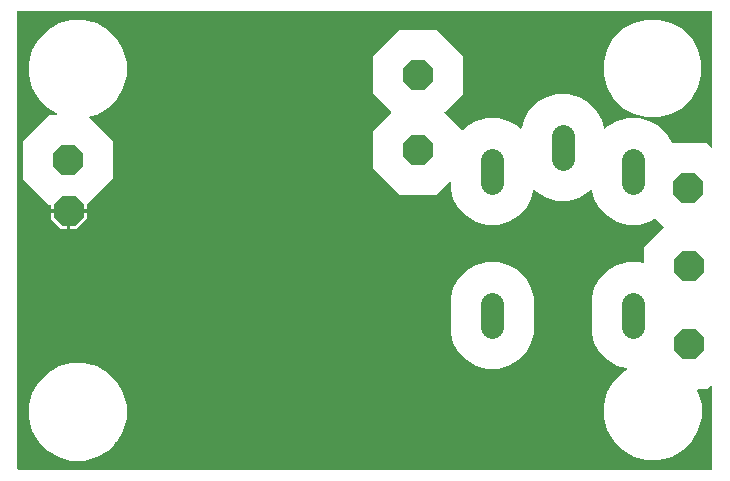
<source format=gbr>
G04 EAGLE Gerber RS-274X export*
G75*
%MOMM*%
%FSLAX34Y34*%
%LPD*%
%INBottom Copper*%
%IPPOS*%
%AMOC8*
5,1,8,0,0,1.08239X$1,22.5*%
G01*
%ADD10C,1.981200*%
%ADD11P,2.749271X8X22.500000*%
%ADD12C,0.756400*%

G36*
X590062Y2544D02*
X590062Y2544D01*
X590081Y2542D01*
X590183Y2564D01*
X590285Y2581D01*
X590302Y2590D01*
X590322Y2594D01*
X590411Y2647D01*
X590502Y2696D01*
X590516Y2710D01*
X590533Y2720D01*
X590600Y2799D01*
X590672Y2874D01*
X590680Y2892D01*
X590693Y2907D01*
X590732Y3003D01*
X590775Y3097D01*
X590777Y3117D01*
X590785Y3135D01*
X590803Y3302D01*
X590803Y72803D01*
X590792Y72874D01*
X590790Y72945D01*
X590772Y72994D01*
X590764Y73046D01*
X590730Y73109D01*
X590705Y73176D01*
X590673Y73217D01*
X590648Y73263D01*
X590597Y73312D01*
X590552Y73368D01*
X590508Y73397D01*
X590470Y73432D01*
X590405Y73463D01*
X590345Y73501D01*
X590294Y73514D01*
X590247Y73536D01*
X590176Y73544D01*
X590106Y73561D01*
X590054Y73557D01*
X590003Y73563D01*
X589932Y73548D01*
X589861Y73542D01*
X589813Y73522D01*
X589762Y73511D01*
X589701Y73474D01*
X589635Y73446D01*
X589579Y73401D01*
X589551Y73385D01*
X589536Y73367D01*
X589504Y73341D01*
X586520Y70357D01*
X578677Y70357D01*
X578583Y70342D01*
X578488Y70333D01*
X578462Y70322D01*
X578434Y70318D01*
X578350Y70273D01*
X578263Y70235D01*
X578242Y70216D01*
X578217Y70202D01*
X578151Y70133D01*
X578081Y70069D01*
X578067Y70045D01*
X578048Y70024D01*
X578007Y69938D01*
X577961Y69854D01*
X577956Y69827D01*
X577944Y69801D01*
X577934Y69706D01*
X577916Y69613D01*
X577920Y69585D01*
X577917Y69557D01*
X577937Y69463D01*
X577951Y69369D01*
X577965Y69337D01*
X577969Y69316D01*
X577986Y69288D01*
X578018Y69215D01*
X578837Y67796D01*
X581659Y57267D01*
X581659Y46365D01*
X578837Y35836D01*
X573387Y26395D01*
X565679Y18687D01*
X556238Y13237D01*
X545709Y10415D01*
X534807Y10415D01*
X524278Y13237D01*
X514837Y18687D01*
X507129Y26395D01*
X501679Y35836D01*
X498857Y46365D01*
X498857Y57267D01*
X501679Y67796D01*
X507129Y77237D01*
X514837Y84945D01*
X518073Y86813D01*
X518129Y86858D01*
X518190Y86896D01*
X518223Y86936D01*
X518263Y86969D01*
X518302Y87030D01*
X518348Y87085D01*
X518367Y87133D01*
X518394Y87177D01*
X518411Y87247D01*
X518437Y87314D01*
X518440Y87366D01*
X518452Y87416D01*
X518445Y87488D01*
X518449Y87559D01*
X518435Y87609D01*
X518430Y87661D01*
X518401Y87727D01*
X518382Y87796D01*
X518352Y87839D01*
X518331Y87887D01*
X518283Y87940D01*
X518242Y87999D01*
X518201Y88030D01*
X518166Y88069D01*
X518103Y88104D01*
X518046Y88147D01*
X517979Y88173D01*
X517951Y88188D01*
X517928Y88193D01*
X517890Y88208D01*
X510120Y90289D01*
X502069Y94938D01*
X495496Y101511D01*
X490847Y109562D01*
X488441Y118542D01*
X488441Y147650D01*
X490847Y156630D01*
X495496Y164681D01*
X502069Y171254D01*
X510120Y175903D01*
X519100Y178309D01*
X528396Y178309D01*
X531679Y177429D01*
X531798Y177417D01*
X531915Y177404D01*
X531920Y177405D01*
X531924Y177405D01*
X532039Y177431D01*
X532156Y177456D01*
X532159Y177459D01*
X532164Y177460D01*
X532265Y177522D01*
X532367Y177583D01*
X532370Y177586D01*
X532373Y177588D01*
X532450Y177680D01*
X532527Y177770D01*
X532528Y177773D01*
X532531Y177777D01*
X532574Y177887D01*
X532619Y177998D01*
X532619Y178003D01*
X532621Y178006D01*
X532621Y178019D01*
X532637Y178164D01*
X532637Y190280D01*
X549210Y206853D01*
X549222Y206869D01*
X549237Y206881D01*
X549294Y206969D01*
X549354Y207052D01*
X549360Y207071D01*
X549370Y207088D01*
X549396Y207189D01*
X549426Y207288D01*
X549426Y207307D01*
X549430Y207327D01*
X549422Y207430D01*
X549420Y207533D01*
X549413Y207552D01*
X549411Y207572D01*
X549371Y207667D01*
X549335Y207764D01*
X549323Y207780D01*
X549315Y207798D01*
X549210Y207929D01*
X542578Y214561D01*
X542543Y214587D01*
X542513Y214619D01*
X542443Y214658D01*
X542378Y214705D01*
X542336Y214718D01*
X542298Y214739D01*
X542220Y214754D01*
X542143Y214777D01*
X542099Y214776D01*
X542056Y214784D01*
X541977Y214773D01*
X541897Y214771D01*
X541856Y214756D01*
X541813Y214750D01*
X541680Y214691D01*
X541666Y214686D01*
X541664Y214684D01*
X541659Y214682D01*
X537376Y212209D01*
X528396Y209803D01*
X519100Y209803D01*
X510120Y212209D01*
X502069Y216858D01*
X495496Y223431D01*
X490847Y231482D01*
X488905Y238731D01*
X488888Y238770D01*
X488879Y238808D01*
X488854Y238850D01*
X488833Y238907D01*
X488815Y238929D01*
X488804Y238955D01*
X488769Y238993D01*
X488753Y239019D01*
X488723Y239045D01*
X488679Y239099D01*
X488656Y239115D01*
X488636Y239135D01*
X488584Y239164D01*
X488566Y239179D01*
X488537Y239191D01*
X488472Y239232D01*
X488445Y239239D01*
X488420Y239253D01*
X488355Y239264D01*
X488338Y239271D01*
X488304Y239275D01*
X488234Y239292D01*
X488206Y239290D01*
X488178Y239295D01*
X488084Y239281D01*
X487989Y239273D01*
X487963Y239262D01*
X487935Y239258D01*
X487850Y239214D01*
X487762Y239177D01*
X487735Y239155D01*
X487716Y239145D01*
X487708Y239137D01*
X487704Y239135D01*
X487686Y239116D01*
X487631Y239072D01*
X485737Y237178D01*
X477686Y232529D01*
X468706Y230123D01*
X459410Y230123D01*
X450430Y232529D01*
X442379Y237178D01*
X440485Y239072D01*
X440407Y239128D01*
X440386Y239145D01*
X440347Y239179D01*
X440345Y239180D01*
X440334Y239189D01*
X440308Y239199D01*
X440285Y239216D01*
X440194Y239244D01*
X440105Y239278D01*
X440077Y239280D01*
X440050Y239288D01*
X439981Y239286D01*
X439952Y239290D01*
X439945Y239290D01*
X439929Y239287D01*
X439859Y239290D01*
X439832Y239282D01*
X439804Y239282D01*
X439728Y239254D01*
X439702Y239250D01*
X439685Y239241D01*
X439623Y239223D01*
X439599Y239207D01*
X439573Y239197D01*
X439514Y239150D01*
X439485Y239135D01*
X439467Y239116D01*
X439420Y239084D01*
X439403Y239061D01*
X439381Y239044D01*
X439345Y238987D01*
X439315Y238956D01*
X439301Y238926D01*
X439272Y238887D01*
X439259Y238854D01*
X439248Y238837D01*
X439240Y238805D01*
X439213Y238737D01*
X439212Y238733D01*
X439212Y238732D01*
X439211Y238731D01*
X437269Y231482D01*
X432620Y223431D01*
X426047Y216858D01*
X417996Y212209D01*
X409016Y209803D01*
X399720Y209803D01*
X390740Y212209D01*
X382689Y216858D01*
X376116Y223431D01*
X371467Y231482D01*
X369061Y240462D01*
X369061Y245523D01*
X369050Y245594D01*
X369048Y245665D01*
X369030Y245714D01*
X369022Y245766D01*
X368988Y245829D01*
X368963Y245896D01*
X368931Y245937D01*
X368906Y245983D01*
X368854Y246032D01*
X368810Y246088D01*
X368766Y246117D01*
X368728Y246152D01*
X368663Y246183D01*
X368603Y246221D01*
X368552Y246234D01*
X368505Y246256D01*
X368434Y246264D01*
X368364Y246281D01*
X368312Y246277D01*
X368261Y246283D01*
X368190Y246268D01*
X368119Y246262D01*
X368071Y246242D01*
X368020Y246231D01*
X367959Y246194D01*
X367893Y246166D01*
X367837Y246121D01*
X367809Y246105D01*
X367794Y246087D01*
X367762Y246061D01*
X356904Y235203D01*
X325340Y235203D01*
X303021Y257522D01*
X303021Y289086D01*
X318531Y304595D01*
X318542Y304611D01*
X318558Y304624D01*
X318614Y304711D01*
X318674Y304795D01*
X318680Y304814D01*
X318691Y304831D01*
X318716Y304931D01*
X318746Y305030D01*
X318746Y305050D01*
X318751Y305069D01*
X318743Y305172D01*
X318740Y305276D01*
X318733Y305295D01*
X318732Y305314D01*
X318691Y305409D01*
X318656Y305507D01*
X318643Y305522D01*
X318635Y305541D01*
X318531Y305672D01*
X303371Y320832D01*
X303371Y352395D01*
X325689Y374714D01*
X357253Y374714D01*
X379572Y352395D01*
X379572Y320832D01*
X364063Y305322D01*
X364051Y305306D01*
X364036Y305294D01*
X363979Y305206D01*
X363919Y305123D01*
X363913Y305104D01*
X363903Y305087D01*
X363877Y304986D01*
X363847Y304888D01*
X363847Y304868D01*
X363842Y304848D01*
X363850Y304745D01*
X363853Y304642D01*
X363860Y304623D01*
X363862Y304603D01*
X363902Y304508D01*
X363938Y304411D01*
X363950Y304395D01*
X363958Y304377D01*
X364046Y304267D01*
X364046Y304266D01*
X364047Y304266D01*
X364063Y304246D01*
X378373Y289935D01*
X378390Y289924D01*
X378402Y289908D01*
X378489Y289852D01*
X378573Y289792D01*
X378592Y289786D01*
X378609Y289775D01*
X378709Y289750D01*
X378808Y289719D01*
X378828Y289720D01*
X378847Y289715D01*
X378950Y289723D01*
X379054Y289726D01*
X379073Y289733D01*
X379093Y289734D01*
X379188Y289774D01*
X379285Y289810D01*
X379301Y289823D01*
X379319Y289830D01*
X379450Y289935D01*
X382689Y293174D01*
X390740Y297823D01*
X399720Y300229D01*
X409016Y300229D01*
X417996Y297823D01*
X426047Y293174D01*
X427941Y291280D01*
X428019Y291224D01*
X428092Y291163D01*
X428118Y291153D01*
X428141Y291136D01*
X428232Y291108D01*
X428321Y291074D01*
X428349Y291072D01*
X428376Y291064D01*
X428472Y291066D01*
X428567Y291062D01*
X428594Y291070D01*
X428622Y291070D01*
X428712Y291103D01*
X428803Y291129D01*
X428827Y291145D01*
X428853Y291155D01*
X428928Y291214D01*
X429006Y291268D01*
X429023Y291291D01*
X429045Y291308D01*
X429097Y291389D01*
X429154Y291465D01*
X429167Y291498D01*
X429178Y291515D01*
X429186Y291547D01*
X429215Y291621D01*
X431157Y298870D01*
X435806Y306921D01*
X442379Y313494D01*
X450430Y318143D01*
X459410Y320549D01*
X468706Y320549D01*
X477686Y318143D01*
X485737Y313494D01*
X492310Y306921D01*
X496959Y298870D01*
X498901Y291621D01*
X498940Y291534D01*
X498973Y291445D01*
X498991Y291423D01*
X499002Y291397D01*
X499067Y291327D01*
X499127Y291253D01*
X499150Y291237D01*
X499170Y291217D01*
X499253Y291171D01*
X499334Y291120D01*
X499361Y291113D01*
X499386Y291099D01*
X499480Y291083D01*
X499572Y291060D01*
X499600Y291062D01*
X499628Y291057D01*
X499722Y291071D01*
X499817Y291079D01*
X499843Y291090D01*
X499871Y291094D01*
X499956Y291138D01*
X500044Y291175D01*
X500071Y291197D01*
X500090Y291207D01*
X500113Y291230D01*
X500175Y291280D01*
X502069Y293174D01*
X510120Y297823D01*
X519100Y300229D01*
X528396Y300229D01*
X537376Y297823D01*
X545427Y293174D01*
X552000Y286601D01*
X556378Y279019D01*
X556420Y278967D01*
X556455Y278909D01*
X556498Y278872D01*
X556533Y278829D01*
X556591Y278793D01*
X556642Y278749D01*
X556694Y278728D01*
X556742Y278698D01*
X556807Y278682D01*
X556870Y278657D01*
X556949Y278648D01*
X556981Y278641D01*
X557002Y278643D01*
X557037Y278639D01*
X586266Y278639D01*
X589504Y275401D01*
X589562Y275359D01*
X589614Y275310D01*
X589661Y275288D01*
X589703Y275257D01*
X589772Y275236D01*
X589837Y275206D01*
X589889Y275200D01*
X589939Y275185D01*
X590010Y275187D01*
X590081Y275179D01*
X590132Y275190D01*
X590184Y275191D01*
X590252Y275216D01*
X590322Y275231D01*
X590366Y275258D01*
X590415Y275276D01*
X590471Y275321D01*
X590533Y275357D01*
X590567Y275397D01*
X590607Y275429D01*
X590646Y275490D01*
X590693Y275544D01*
X590712Y275593D01*
X590740Y275636D01*
X590758Y275706D01*
X590785Y275772D01*
X590793Y275844D01*
X590801Y275875D01*
X590799Y275898D01*
X590803Y275939D01*
X590803Y390144D01*
X590800Y390164D01*
X590802Y390183D01*
X590780Y390285D01*
X590764Y390387D01*
X590754Y390404D01*
X590750Y390424D01*
X590697Y390513D01*
X590648Y390604D01*
X590634Y390618D01*
X590624Y390635D01*
X590545Y390702D01*
X590470Y390774D01*
X590452Y390782D01*
X590437Y390795D01*
X590341Y390834D01*
X590247Y390877D01*
X590227Y390879D01*
X590209Y390887D01*
X590042Y390905D01*
X3048Y390905D01*
X3028Y390902D01*
X3009Y390904D01*
X2907Y390882D01*
X2805Y390866D01*
X2788Y390856D01*
X2768Y390852D01*
X2679Y390799D01*
X2588Y390750D01*
X2574Y390736D01*
X2557Y390726D01*
X2490Y390647D01*
X2419Y390572D01*
X2410Y390554D01*
X2397Y390539D01*
X2358Y390443D01*
X2315Y390349D01*
X2313Y390329D01*
X2305Y390311D01*
X2287Y390144D01*
X2287Y3302D01*
X2290Y3282D01*
X2288Y3263D01*
X2310Y3161D01*
X2327Y3059D01*
X2336Y3042D01*
X2340Y3022D01*
X2393Y2933D01*
X2442Y2842D01*
X2456Y2828D01*
X2466Y2811D01*
X2545Y2744D01*
X2620Y2673D01*
X2638Y2664D01*
X2653Y2651D01*
X2749Y2612D01*
X2843Y2569D01*
X2863Y2567D01*
X2881Y2559D01*
X3048Y2541D01*
X590042Y2541D01*
X590062Y2544D01*
G37*
%LPC*%
G36*
X45719Y221233D02*
X45719Y221233D01*
X45719Y221996D01*
X45716Y222016D01*
X45718Y222035D01*
X45696Y222137D01*
X45679Y222239D01*
X45670Y222256D01*
X45666Y222276D01*
X45613Y222365D01*
X45564Y222456D01*
X45550Y222470D01*
X45540Y222487D01*
X45461Y222554D01*
X45386Y222625D01*
X45368Y222634D01*
X45353Y222647D01*
X45257Y222686D01*
X45163Y222729D01*
X45143Y222731D01*
X45125Y222739D01*
X44958Y222757D01*
X30479Y222757D01*
X30479Y225806D01*
X30476Y225826D01*
X30478Y225845D01*
X30456Y225947D01*
X30440Y226049D01*
X30430Y226066D01*
X30426Y226086D01*
X30373Y226175D01*
X30324Y226266D01*
X30310Y226280D01*
X30300Y226297D01*
X30221Y226364D01*
X30146Y226436D01*
X30128Y226444D01*
X30113Y226457D01*
X30017Y226496D01*
X29923Y226539D01*
X29903Y226541D01*
X29885Y226549D01*
X29718Y226567D01*
X29176Y226567D01*
X6857Y248886D01*
X6857Y280450D01*
X29176Y302769D01*
X35007Y302769D01*
X35055Y302776D01*
X35103Y302775D01*
X35175Y302796D01*
X35250Y302808D01*
X35292Y302831D01*
X35338Y302845D01*
X35401Y302888D01*
X35467Y302924D01*
X35500Y302958D01*
X35540Y302986D01*
X35585Y303047D01*
X35637Y303102D01*
X35657Y303145D01*
X35685Y303184D01*
X35708Y303256D01*
X35740Y303325D01*
X35746Y303373D01*
X35760Y303418D01*
X35759Y303494D01*
X35767Y303569D01*
X35757Y303616D01*
X35757Y303664D01*
X35731Y303736D01*
X35715Y303810D01*
X35691Y303851D01*
X35675Y303896D01*
X35628Y303956D01*
X35589Y304021D01*
X35553Y304052D01*
X35523Y304090D01*
X35419Y304166D01*
X35402Y304181D01*
X35396Y304183D01*
X35388Y304189D01*
X27919Y308501D01*
X20211Y316209D01*
X14761Y325650D01*
X11939Y336179D01*
X11939Y347081D01*
X14761Y357610D01*
X20211Y367051D01*
X27919Y374759D01*
X37360Y380209D01*
X47889Y383031D01*
X58791Y383031D01*
X69320Y380209D01*
X78761Y374759D01*
X86469Y367051D01*
X91919Y357610D01*
X94741Y347081D01*
X94741Y336179D01*
X91919Y325650D01*
X86469Y316209D01*
X78761Y308501D01*
X69320Y303051D01*
X63604Y301519D01*
X63518Y301480D01*
X63428Y301447D01*
X63406Y301430D01*
X63380Y301418D01*
X63310Y301353D01*
X63236Y301293D01*
X63221Y301270D01*
X63200Y301251D01*
X63154Y301167D01*
X63103Y301087D01*
X63096Y301059D01*
X63082Y301034D01*
X63066Y300940D01*
X63043Y300848D01*
X63045Y300820D01*
X63040Y300792D01*
X63055Y300698D01*
X63062Y300603D01*
X63073Y300577D01*
X63077Y300549D01*
X63121Y300464D01*
X63158Y300377D01*
X63180Y300349D01*
X63190Y300330D01*
X63214Y300307D01*
X63263Y300246D01*
X83059Y280450D01*
X83059Y248886D01*
X61184Y227011D01*
X61131Y226937D01*
X61071Y226868D01*
X61059Y226838D01*
X61040Y226811D01*
X61013Y226724D01*
X60979Y226640D01*
X60975Y226599D01*
X60968Y226576D01*
X60969Y226544D01*
X60961Y226473D01*
X60961Y222757D01*
X46482Y222757D01*
X46462Y222754D01*
X46443Y222756D01*
X46341Y222734D01*
X46239Y222717D01*
X46222Y222708D01*
X46202Y222704D01*
X46113Y222651D01*
X46022Y222602D01*
X46008Y222588D01*
X45991Y222578D01*
X45924Y222499D01*
X45853Y222424D01*
X45844Y222406D01*
X45831Y222391D01*
X45793Y222295D01*
X45749Y222201D01*
X45747Y222181D01*
X45739Y222163D01*
X45721Y221996D01*
X45721Y221233D01*
X45719Y221233D01*
G37*
%LPD*%
%LPC*%
G36*
X534553Y300737D02*
X534553Y300737D01*
X524024Y303559D01*
X514583Y309009D01*
X506875Y316717D01*
X501425Y326158D01*
X498603Y336687D01*
X498603Y347589D01*
X501425Y358118D01*
X506875Y367559D01*
X514583Y375267D01*
X524024Y380717D01*
X534553Y383539D01*
X545455Y383539D01*
X555984Y380717D01*
X565425Y375267D01*
X573133Y367559D01*
X578583Y358118D01*
X581405Y347589D01*
X581405Y336687D01*
X578583Y326158D01*
X573133Y316717D01*
X565425Y309009D01*
X555984Y303559D01*
X545455Y300737D01*
X534553Y300737D01*
G37*
%LPD*%
%LPC*%
G36*
X47889Y9907D02*
X47889Y9907D01*
X37360Y12729D01*
X27919Y18179D01*
X20211Y25887D01*
X14761Y35328D01*
X11939Y45857D01*
X11939Y56759D01*
X14761Y67288D01*
X20211Y76729D01*
X27919Y84437D01*
X37360Y89887D01*
X47889Y92709D01*
X58791Y92709D01*
X69320Y89887D01*
X78761Y84437D01*
X86469Y76729D01*
X91919Y67288D01*
X94741Y56759D01*
X94741Y45857D01*
X91919Y35328D01*
X86469Y25887D01*
X78761Y18179D01*
X69320Y12729D01*
X58791Y9907D01*
X47889Y9907D01*
G37*
%LPD*%
%LPC*%
G36*
X399720Y87883D02*
X399720Y87883D01*
X390740Y90289D01*
X382689Y94938D01*
X376116Y101511D01*
X371467Y109562D01*
X369061Y118542D01*
X369061Y147650D01*
X371467Y156630D01*
X376116Y164681D01*
X382689Y171254D01*
X390740Y175903D01*
X399720Y178309D01*
X409016Y178309D01*
X417996Y175903D01*
X426047Y171254D01*
X432620Y164681D01*
X437269Y156630D01*
X439675Y147650D01*
X439675Y118542D01*
X437269Y109562D01*
X432620Y101511D01*
X426047Y94938D01*
X417996Y90289D01*
X409016Y87883D01*
X399720Y87883D01*
G37*
%LPD*%
%LPC*%
G36*
X47243Y205993D02*
X47243Y205993D01*
X47243Y219711D01*
X60961Y219711D01*
X60961Y214921D01*
X52033Y205993D01*
X47243Y205993D01*
G37*
%LPD*%
%LPC*%
G36*
X39407Y205993D02*
X39407Y205993D01*
X30479Y214921D01*
X30479Y219711D01*
X44197Y219711D01*
X44197Y205993D01*
X39407Y205993D01*
G37*
%LPD*%
D10*
X464058Y285242D02*
X464058Y265430D01*
X404368Y264922D02*
X404368Y245110D01*
X523748Y245110D02*
X523748Y264922D01*
X523748Y143002D02*
X523748Y123190D01*
X404368Y123190D02*
X404368Y143002D01*
D11*
X570484Y240538D03*
X570738Y108458D03*
X570738Y174498D03*
X341471Y336614D03*
X341122Y273304D03*
X44958Y264668D03*
X45720Y221234D03*
D12*
X77216Y302768D03*
X187960Y370332D03*
X191516Y254508D03*
X193802Y203454D03*
X72390Y120650D03*
X304292Y82296D03*
X306324Y128270D03*
X118618Y381000D03*
X366776Y80518D03*
X87884Y22098D03*
M02*

</source>
